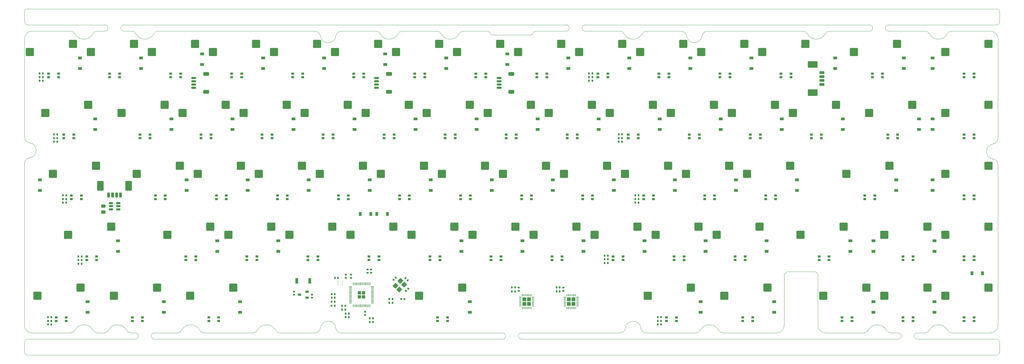
<source format=gbp>
G04 #@! TF.GenerationSoftware,KiCad,Pcbnew,(6.99.0-1912-g359c99991b)*
G04 #@! TF.CreationDate,2023-08-09T17:17:15+07:00*
G04 #@! TF.ProjectId,nyx,6e79782e-6b69-4636-9164-5f7063625858,2*
G04 #@! TF.SameCoordinates,Original*
G04 #@! TF.FileFunction,Paste,Bot*
G04 #@! TF.FilePolarity,Positive*
%FSLAX46Y46*%
G04 Gerber Fmt 4.6, Leading zero omitted, Abs format (unit mm)*
G04 Created by KiCad (PCBNEW (6.99.0-1912-g359c99991b)) date 2023-08-09 17:17:15*
%MOMM*%
%LPD*%
G01*
G04 APERTURE LIST*
G04 Aperture macros list*
%AMRoundRect*
0 Rectangle with rounded corners*
0 $1 Rounding radius*
0 $2 $3 $4 $5 $6 $7 $8 $9 X,Y pos of 4 corners*
0 Add a 4 corners polygon primitive as box body*
4,1,4,$2,$3,$4,$5,$6,$7,$8,$9,$2,$3,0*
0 Add four circle primitives for the rounded corners*
1,1,$1+$1,$2,$3*
1,1,$1+$1,$4,$5*
1,1,$1+$1,$6,$7*
1,1,$1+$1,$8,$9*
0 Add four rect primitives between the rounded corners*
20,1,$1+$1,$2,$3,$4,$5,0*
20,1,$1+$1,$4,$5,$6,$7,0*
20,1,$1+$1,$6,$7,$8,$9,0*
20,1,$1+$1,$8,$9,$2,$3,0*%
%AMRotRect*
0 Rectangle, with rotation*
0 The origin of the aperture is its center*
0 $1 length*
0 $2 width*
0 $3 Rotation angle, in degrees counterclockwise*
0 Add horizontal line*
21,1,$1,$2,0,0,$3*%
G04 Aperture macros list end*
%ADD10C,0.100000*%
%ADD11RoundRect,0.250000X1.025000X1.000000X-1.025000X1.000000X-1.025000X-1.000000X1.025000X-1.000000X0*%
%ADD12RoundRect,0.135000X-0.135000X-0.185000X0.135000X-0.185000X0.135000X0.185000X-0.135000X0.185000X0*%
%ADD13R,1.200000X0.900000*%
%ADD14RoundRect,0.250000X0.380000X0.380000X-0.380000X0.380000X-0.380000X-0.380000X0.380000X-0.380000X0*%
%ADD15RoundRect,0.050000X0.300000X0.050000X-0.300000X0.050000X-0.300000X-0.050000X0.300000X-0.050000X0*%
%ADD16RoundRect,0.050000X0.050000X0.300000X-0.050000X0.300000X-0.050000X-0.300000X0.050000X-0.300000X0*%
%ADD17RoundRect,0.140000X-0.170000X0.140000X-0.170000X-0.140000X0.170000X-0.140000X0.170000X0.140000X0*%
%ADD18RoundRect,0.140000X0.170000X-0.140000X0.170000X0.140000X-0.170000X0.140000X-0.170000X-0.140000X0*%
%ADD19RoundRect,0.070000X-0.330000X0.280000X-0.330000X-0.280000X0.330000X-0.280000X0.330000X0.280000X0*%
%ADD20RoundRect,0.200000X0.600000X-0.200000X0.600000X0.200000X-0.600000X0.200000X-0.600000X-0.200000X0*%
%ADD21RoundRect,0.250001X1.249999X-0.799999X1.249999X0.799999X-1.249999X0.799999X-1.249999X-0.799999X0*%
%ADD22RoundRect,0.140000X-0.140000X-0.170000X0.140000X-0.170000X0.140000X0.170000X-0.140000X0.170000X0*%
%ADD23RoundRect,0.200000X-0.200000X-0.600000X0.200000X-0.600000X0.200000X0.600000X-0.200000X0.600000X0*%
%ADD24RoundRect,0.250001X-0.799999X-1.249999X0.799999X-1.249999X0.799999X1.249999X-0.799999X1.249999X0*%
%ADD25RoundRect,0.140000X0.140000X0.170000X-0.140000X0.170000X-0.140000X-0.170000X0.140000X-0.170000X0*%
%ADD26RoundRect,0.135000X-0.185000X0.135000X-0.185000X-0.135000X0.185000X-0.135000X0.185000X0.135000X0*%
%ADD27RoundRect,0.250000X-0.292217X0.292217X-0.292217X-0.292217X0.292217X-0.292217X0.292217X0.292217X0*%
%ADD28RoundRect,0.050000X-0.050000X0.387500X-0.050000X-0.387500X0.050000X-0.387500X0.050000X0.387500X0*%
%ADD29RoundRect,0.050000X-0.387500X0.050000X-0.387500X-0.050000X0.387500X-0.050000X0.387500X0.050000X0*%
%ADD30RoundRect,0.045000X0.055000X0.045000X-0.055000X0.045000X-0.055000X-0.045000X0.055000X-0.045000X0*%
%ADD31RoundRect,0.135000X0.135000X0.185000X-0.135000X0.185000X-0.135000X-0.185000X0.135000X-0.185000X0*%
%ADD32R,0.900000X1.700000*%
%ADD33RoundRect,0.140000X0.021213X-0.219203X0.219203X-0.021213X-0.021213X0.219203X-0.219203X0.021213X0*%
%ADD34RotRect,1.400000X1.200000X225.000000*%
%ADD35R,0.900000X1.200000*%
%ADD36RoundRect,0.135000X0.035355X-0.226274X0.226274X-0.035355X-0.035355X0.226274X-0.226274X0.035355X0*%
%ADD37R,1.000000X0.800000*%
%ADD38RoundRect,0.150000X-0.625000X0.150000X-0.625000X-0.150000X0.625000X-0.150000X0.625000X0.150000X0*%
%ADD39RoundRect,0.250000X-0.650000X0.350000X-0.650000X-0.350000X0.650000X-0.350000X0.650000X0.350000X0*%
%ADD40RoundRect,0.150000X0.512500X0.150000X-0.512500X0.150000X-0.512500X-0.150000X0.512500X-0.150000X0*%
%ADD41RoundRect,0.243750X-0.456250X0.243750X-0.456250X-0.243750X0.456250X-0.243750X0.456250X0.243750X0*%
%ADD42RoundRect,0.140000X0.219203X0.021213X0.021213X0.219203X-0.219203X-0.021213X-0.021213X-0.219203X0*%
G04 #@! TA.AperFunction,Profile*
%ADD43C,0.100000*%
G04 #@! TD*
G04 APERTURE END LIST*
D10*
X98750000Y-86200000D02*
G75*
G03*
X98750000Y-86200000I-50000J0D01*
G01*
X98750000Y-85200000D02*
G75*
G03*
X98750000Y-85200000I-50000J0D01*
G01*
X98550000Y-86000000D02*
G75*
G03*
X98550000Y-86000000I-50000J0D01*
G01*
X98550000Y-85400000D02*
G75*
G03*
X98550000Y-85400000I-50000J0D01*
G01*
X98350000Y-86200000D02*
G75*
G03*
X98350000Y-86200000I-50000J0D01*
G01*
X98350000Y-85200000D02*
G75*
G03*
X98350000Y-85200000I-50000J0D01*
G01*
D11*
X215987323Y-70644823D03*
X229437323Y-68104823D03*
D12*
X176190000Y-21350000D03*
X177210000Y-21350000D03*
D13*
X241119822Y-56722322D03*
X241119822Y-53422322D03*
D12*
X176190000Y-22500000D03*
X177210000Y-22500000D03*
D14*
X171325000Y-92225000D03*
X171325000Y-90775000D03*
X169875000Y-92225000D03*
X169875000Y-90775000D03*
D15*
X172600000Y-90100000D03*
X172600000Y-90500000D03*
X172600000Y-90900000D03*
X172600000Y-91300000D03*
X172600000Y-91700000D03*
X172600000Y-92100000D03*
X172600000Y-92500000D03*
X172600000Y-92900000D03*
D16*
X172000000Y-93500000D03*
X171600000Y-93500000D03*
X171200000Y-93500000D03*
X170800000Y-93500000D03*
X170400000Y-93500000D03*
X170000000Y-93500000D03*
X169600000Y-93500000D03*
X169200000Y-93500000D03*
D15*
X168600000Y-92900000D03*
X168600000Y-92500000D03*
X168600000Y-92100000D03*
X168600000Y-91700000D03*
X168600000Y-91300000D03*
X168600000Y-90900000D03*
X168600000Y-90500000D03*
X168600000Y-90100000D03*
D16*
X169200000Y-89500000D03*
X169600000Y-89500000D03*
X170000000Y-89500000D03*
X170400000Y-89500000D03*
X170800000Y-89500000D03*
X171200000Y-89500000D03*
X171600000Y-89500000D03*
X172000000Y-89500000D03*
D13*
X231594822Y-75772322D03*
X231594822Y-72472322D03*
D17*
X106300000Y-94720000D03*
X106300000Y-95680000D03*
D18*
X89700000Y-90300000D03*
X89700000Y-89340000D03*
D12*
X11990000Y-58289376D03*
X13010000Y-58289376D03*
X7340000Y-98700000D03*
X8360000Y-98700000D03*
D13*
X55382322Y-17399999D03*
X55382322Y-14099999D03*
D19*
X132028573Y-96434823D03*
X132028573Y-97534823D03*
X128928573Y-97534823D03*
X128928573Y-96434823D03*
X10584823Y-20234823D03*
X10584823Y-21334823D03*
X7484823Y-21334823D03*
X7484823Y-20234823D03*
D13*
X145869822Y-56722322D03*
X145869822Y-53422322D03*
D12*
X197690000Y-96400000D03*
X198710000Y-96400000D03*
D13*
X69669822Y-56722322D03*
X69669822Y-53422322D03*
D19*
X220134823Y-20234823D03*
X220134823Y-21334823D03*
X217034823Y-21334823D03*
X217034823Y-20234823D03*
D20*
X248875000Y-23675000D03*
X248875000Y-22425000D03*
X248875000Y-21175000D03*
X248875000Y-19925000D03*
D21*
X245975000Y-26225000D03*
X245975000Y-17375000D03*
D19*
X58209823Y-39284823D03*
X58209823Y-40384823D03*
X55109823Y-40384823D03*
X55109823Y-39284823D03*
X77259823Y-39284823D03*
X77259823Y-40384823D03*
X74159823Y-40384823D03*
X74159823Y-39284823D03*
D22*
X152140000Y-87100000D03*
X153100000Y-87100000D03*
X166040000Y-87100000D03*
X167000000Y-87100000D03*
D12*
X185500000Y-41550000D03*
X186520000Y-41550000D03*
D23*
X26209758Y-58192481D03*
X27459758Y-58192481D03*
X28709758Y-58192481D03*
X29959758Y-58192481D03*
D24*
X23659758Y-55292481D03*
X32509758Y-55292481D03*
D19*
X227278573Y-96434823D03*
X227278573Y-97534823D03*
X224178573Y-97534823D03*
X224178573Y-96434823D03*
X148697323Y-77384823D03*
X148697323Y-78484823D03*
X145597323Y-78484823D03*
X145597323Y-77384823D03*
D13*
X112532322Y-17399999D03*
X112532322Y-14099999D03*
D19*
X60591073Y-96434823D03*
X60591073Y-97534823D03*
X57491073Y-97534823D03*
X57491073Y-96434823D03*
D11*
X96924823Y-13494823D03*
X110374823Y-10954823D03*
D19*
X143934823Y-20234823D03*
X143934823Y-21334823D03*
X140834823Y-21334823D03*
X140834823Y-20234823D03*
D11*
X287424823Y-51594823D03*
X300874823Y-49054823D03*
D12*
X4690000Y-22500000D03*
X5710000Y-22500000D03*
D13*
X283382322Y-37672322D03*
X283382322Y-34372322D03*
D11*
X211224823Y-13494823D03*
X224674823Y-10954823D03*
X177887323Y-70644823D03*
X191337323Y-68104823D03*
D19*
X110597323Y-77384823D03*
X110597323Y-78484823D03*
X107497323Y-78484823D03*
X107497323Y-77384823D03*
X129647323Y-77384823D03*
X129647323Y-78484823D03*
X126547323Y-78484823D03*
X126547323Y-77384823D03*
D13*
X283982322Y-94822322D03*
X283982322Y-91522322D03*
D19*
X277284823Y-96434823D03*
X277284823Y-97534823D03*
X274184823Y-97534823D03*
X274184823Y-96434823D03*
D13*
X160157322Y-37672322D03*
X160157322Y-34372322D03*
D19*
X53447323Y-77384823D03*
X53447323Y-78484823D03*
X50347323Y-78484823D03*
X50347323Y-77384823D03*
D11*
X135024823Y-13494823D03*
X148474823Y-10954823D03*
X4056073Y-89694823D03*
X17506073Y-87154823D03*
X196937323Y-70644823D03*
X210387323Y-68104823D03*
D18*
X107034823Y-82480000D03*
X107034823Y-81520000D03*
D11*
X39774823Y-13494823D03*
X53224823Y-10954823D03*
X13581073Y-70644823D03*
X27031073Y-68104823D03*
X73112323Y-51594823D03*
X86562323Y-49054823D03*
X287424823Y-70644823D03*
X300874823Y-68104823D03*
X194556073Y-89694823D03*
X208006073Y-87154823D03*
D12*
X181090000Y-78300000D03*
X182110000Y-78300000D03*
D18*
X84100000Y-89350000D03*
X84100000Y-88390000D03*
D13*
X283382322Y-56722322D03*
X283382322Y-53422322D03*
D11*
X154074823Y-13494823D03*
X167524823Y-10954823D03*
D25*
X96814823Y-90300000D03*
X95854823Y-90300000D03*
D11*
X187412323Y-51594823D03*
X200862323Y-49054823D03*
D13*
X264932322Y-75772322D03*
X264932322Y-72472322D03*
D11*
X144549823Y-32544823D03*
X157999823Y-30004823D03*
D12*
X11990000Y-60600000D03*
X13010000Y-60600000D03*
D11*
X115974823Y-13494823D03*
X129424823Y-10954823D03*
D25*
X101180000Y-96400000D03*
X100220000Y-96400000D03*
D13*
X107769822Y-56722322D03*
X107769822Y-53422322D03*
X212544822Y-75772322D03*
X212544822Y-72472322D03*
D11*
X54062323Y-51594823D03*
X67512323Y-49054823D03*
X239799823Y-32544823D03*
X253249823Y-30004823D03*
X256468573Y-51594823D03*
X269918573Y-49054823D03*
D19*
X191559823Y-39284823D03*
X191559823Y-40384823D03*
X188459823Y-40384823D03*
X188459823Y-39284823D03*
D13*
X88719822Y-56722322D03*
X88719822Y-53422322D03*
D12*
X197690000Y-98700000D03*
X198710000Y-98700000D03*
X107740000Y-97880705D03*
X108760000Y-97880705D03*
D13*
X188732322Y-18622322D03*
X188732322Y-15322322D03*
D22*
X166040000Y-88300000D03*
X167000000Y-88300000D03*
D13*
X207782322Y-18622322D03*
X207782322Y-15322322D03*
D26*
X168150000Y-87140000D03*
X168150000Y-88160000D03*
D27*
X105822323Y-88749899D03*
X104547323Y-88749899D03*
X105822323Y-90024899D03*
X104547323Y-90024899D03*
D28*
X102584823Y-85949899D03*
X102984823Y-85949899D03*
X103384823Y-85949899D03*
X103784823Y-85949899D03*
X104184823Y-85949899D03*
X104584823Y-85949899D03*
X104984823Y-85949899D03*
X105384823Y-85949899D03*
X105784823Y-85949899D03*
X106184823Y-85949899D03*
X106584823Y-85949899D03*
X106984823Y-85949899D03*
X107384823Y-85949899D03*
X107784823Y-85949899D03*
D29*
X108622323Y-86787399D03*
X108622323Y-87187399D03*
X108622323Y-87587399D03*
X108622323Y-87987399D03*
X108622323Y-88387399D03*
X108622323Y-88787399D03*
X108622323Y-89187399D03*
X108622323Y-89587399D03*
X108622323Y-89987399D03*
X108622323Y-90387399D03*
X108622323Y-90787399D03*
X108622323Y-91187399D03*
X108622323Y-91587399D03*
X108622323Y-91987399D03*
D28*
X107784823Y-92824899D03*
X107384823Y-92824899D03*
X106984823Y-92824899D03*
X106584823Y-92824899D03*
X106184823Y-92824899D03*
X105784823Y-92824899D03*
X105384823Y-92824899D03*
X104984823Y-92824899D03*
X104584823Y-92824899D03*
X104184823Y-92824899D03*
X103784823Y-92824899D03*
X103384823Y-92824899D03*
X102984823Y-92824899D03*
X102584823Y-92824899D03*
D29*
X101747323Y-91987399D03*
X101747323Y-91587399D03*
X101747323Y-91187399D03*
X101747323Y-90787399D03*
X101747323Y-90387399D03*
X101747323Y-89987399D03*
X101747323Y-89587399D03*
X101747323Y-89187399D03*
X101747323Y-88787399D03*
X101747323Y-88387399D03*
X101747323Y-87987399D03*
X101747323Y-87587399D03*
X101747323Y-87187399D03*
X101747323Y-86787399D03*
D19*
X177272323Y-58334823D03*
X177272323Y-59434823D03*
X174172323Y-59434823D03*
X174172323Y-58334823D03*
D13*
X222069822Y-56722322D03*
X222069822Y-53422322D03*
D19*
X196322323Y-58334823D03*
X196322323Y-59434823D03*
X193222323Y-59434823D03*
X193222323Y-58334823D03*
X229659823Y-39284823D03*
X229659823Y-40384823D03*
X226559823Y-40384823D03*
X226559823Y-39284823D03*
D11*
X130262323Y-51594823D03*
X143712323Y-49054823D03*
X20724823Y-13494823D03*
X34174823Y-10954823D03*
D13*
X50619822Y-56722322D03*
X50619822Y-53422322D03*
D12*
X190590000Y-59450000D03*
X191610000Y-59450000D03*
X4690000Y-21350000D03*
X5710000Y-21350000D03*
D11*
X201699823Y-32544823D03*
X215149823Y-30004823D03*
X218368573Y-89694823D03*
X231818573Y-87154823D03*
D30*
X99150000Y-85100000D03*
X99150000Y-85500000D03*
X99150000Y-85900000D03*
X99150000Y-86300000D03*
X97850000Y-86300000D03*
X97850000Y-85900000D03*
X97850000Y-85500000D03*
X97850000Y-85100000D03*
D19*
X296334823Y-39284823D03*
X296334823Y-40384823D03*
X293234823Y-40384823D03*
X293234823Y-39284823D03*
D13*
X74432322Y-18622322D03*
X74432322Y-15322322D03*
D12*
X190590000Y-58300000D03*
X191610000Y-58300000D03*
D19*
X86784823Y-20234823D03*
X86784823Y-21334823D03*
X83684823Y-21334823D03*
X83684823Y-20234823D03*
D13*
X252999999Y-18622322D03*
X252999999Y-15322322D03*
D19*
X101072323Y-58334823D03*
X101072323Y-59434823D03*
X97972323Y-59434823D03*
X97972323Y-58334823D03*
D31*
X108760000Y-96725000D03*
X107740000Y-96725000D03*
D12*
X9190000Y-41550000D03*
X10210000Y-41550000D03*
D11*
X44537323Y-70644823D03*
X57987323Y-68104823D03*
D19*
X201084823Y-20234823D03*
X201084823Y-21334823D03*
X197984823Y-21334823D03*
X197984823Y-20234823D03*
D11*
X30249823Y-32544823D03*
X43699823Y-30004823D03*
D19*
X258234823Y-96434823D03*
X258234823Y-97534823D03*
X255134823Y-97534823D03*
X255134823Y-96434823D03*
X265378573Y-58334823D03*
X265378573Y-59434823D03*
X262278573Y-59434823D03*
X262278573Y-58334823D03*
X17728573Y-58334823D03*
X17728573Y-59434823D03*
X14628573Y-59434823D03*
X14628573Y-58334823D03*
D11*
X123118573Y-89694823D03*
X136568573Y-87154823D03*
D12*
X16790000Y-79700000D03*
X17810000Y-79700000D03*
D19*
X162984823Y-20234823D03*
X162984823Y-21334823D03*
X159884823Y-21334823D03*
X159884823Y-20234823D03*
D11*
X268374823Y-89694823D03*
X281824823Y-87154823D03*
D13*
X93482322Y-18622322D03*
X93482322Y-15322322D03*
D32*
X84949999Y-84999999D03*
X89049999Y-84999999D03*
D12*
X11990000Y-59450000D03*
X13010000Y-59450000D03*
D11*
X173124823Y-13494823D03*
X186574823Y-10954823D03*
D13*
X43476072Y-94822322D03*
X43476072Y-91522322D03*
D19*
X203466073Y-96434823D03*
X203466073Y-97534823D03*
X200366073Y-97534823D03*
X200366073Y-96434823D03*
D12*
X16790000Y-78550000D03*
X17810000Y-78550000D03*
D33*
X115210589Y-84689411D03*
X115889411Y-84010589D03*
D11*
X206462323Y-51594823D03*
X219912323Y-49054823D03*
D12*
X7340000Y-97550000D03*
X8360000Y-97550000D03*
D22*
X96890000Y-84100000D03*
X97850000Y-84100000D03*
D13*
X17282322Y-18622322D03*
X17282322Y-15322322D03*
D19*
X96309823Y-39284823D03*
X96309823Y-40384823D03*
X93209823Y-40384823D03*
X93209823Y-39284823D03*
D11*
X87399823Y-32544823D03*
X100849823Y-30004823D03*
D19*
X234422323Y-58334823D03*
X234422323Y-59434823D03*
X231322323Y-59434823D03*
X231322323Y-58334823D03*
D13*
X255407322Y-37672322D03*
X255407322Y-34372322D03*
D25*
X100080000Y-92868649D03*
X99120000Y-92868649D03*
D13*
X103007322Y-37672322D03*
X103007322Y-34372322D03*
D19*
X224897323Y-77384823D03*
X224897323Y-78484823D03*
X221797323Y-78484823D03*
X221797323Y-77384823D03*
D12*
X181090000Y-79450000D03*
X182110000Y-79450000D03*
D34*
X118528857Y-86223222D03*
X116973222Y-87778857D03*
X115771141Y-86576776D03*
X117326776Y-85021141D03*
D11*
X158837323Y-70644823D03*
X172287323Y-68104823D03*
X192174823Y-13494823D03*
X205624823Y-10954823D03*
D13*
X279219822Y-37672322D03*
X279219822Y-34372322D03*
D12*
X9190000Y-40400000D03*
X10210000Y-40400000D03*
D19*
X48684823Y-20234823D03*
X48684823Y-21334823D03*
X45584823Y-21334823D03*
X45584823Y-20234823D03*
D12*
X16790000Y-77400000D03*
X17810000Y-77400000D03*
D13*
X198257322Y-37672322D03*
X198257322Y-34372322D03*
D19*
X91547323Y-77384823D03*
X91547323Y-78484823D03*
X88447323Y-78484823D03*
X88447323Y-77384823D03*
D11*
X106449823Y-32544823D03*
X119899823Y-30004823D03*
D13*
X122057322Y-37672322D03*
X122057322Y-34372322D03*
D11*
X230274823Y-13494823D03*
X243724823Y-10954823D03*
X163599823Y-32544823D03*
X177049823Y-30004823D03*
D35*
X109949999Y-64099999D03*
X113249999Y-64099999D03*
D11*
X268374823Y-70644823D03*
X281824823Y-68104823D03*
D19*
X272522323Y-39284823D03*
X272522323Y-40384823D03*
X269422323Y-40384823D03*
X269422323Y-39284823D03*
D12*
X4690000Y-20200000D03*
X5710000Y-20200000D03*
D19*
X267759823Y-20234823D03*
X267759823Y-21334823D03*
X264659823Y-21334823D03*
X264659823Y-20234823D03*
D13*
X138999999Y-94822322D03*
X138999999Y-91522322D03*
D11*
X139787323Y-70644823D03*
X153237323Y-68104823D03*
D36*
X119010833Y-88185551D03*
X119732081Y-87464303D03*
D12*
X7340000Y-96400000D03*
X8360000Y-96400000D03*
D19*
X12966073Y-96434823D03*
X12966073Y-97534823D03*
X9866073Y-97534823D03*
X9866073Y-96434823D03*
D13*
X193494822Y-75772322D03*
X193494822Y-72472322D03*
X236357322Y-37672322D03*
X236357322Y-34372322D03*
D26*
X154250000Y-87140000D03*
X154250000Y-88160000D03*
D14*
X157425000Y-92225000D03*
X157425000Y-90775000D03*
X155975000Y-92225000D03*
X155975000Y-90775000D03*
D15*
X158700000Y-90100000D03*
X158700000Y-90500000D03*
X158700000Y-90900000D03*
X158700000Y-91300000D03*
X158700000Y-91700000D03*
X158700000Y-92100000D03*
X158700000Y-92500000D03*
X158700000Y-92900000D03*
D16*
X158100000Y-93500000D03*
X157700000Y-93500000D03*
X157300000Y-93500000D03*
X156900000Y-93500000D03*
X156500000Y-93500000D03*
X156100000Y-93500000D03*
X155700000Y-93500000D03*
X155300000Y-93500000D03*
D15*
X154700000Y-92900000D03*
X154700000Y-92500000D03*
X154700000Y-92100000D03*
X154700000Y-91700000D03*
X154700000Y-91300000D03*
X154700000Y-90900000D03*
X154700000Y-90500000D03*
X154700000Y-90100000D03*
D16*
X155300000Y-89500000D03*
X155700000Y-89500000D03*
X156100000Y-89500000D03*
X156500000Y-89500000D03*
X156900000Y-89500000D03*
X157300000Y-89500000D03*
X157700000Y-89500000D03*
X158100000Y-89500000D03*
D19*
X36778573Y-96434823D03*
X36778573Y-97534823D03*
X33678573Y-97534823D03*
X33678573Y-96434823D03*
X43922323Y-58334823D03*
X43922323Y-59434823D03*
X40822323Y-59434823D03*
X40822323Y-58334823D03*
D12*
X197690000Y-97550000D03*
X198710000Y-97550000D03*
D13*
X83957322Y-37672322D03*
X83957322Y-34372322D03*
D11*
X63587323Y-70644823D03*
X77037323Y-68104823D03*
D13*
X131582322Y-18622322D03*
X131582322Y-15322322D03*
D19*
X205847323Y-77384823D03*
X205847323Y-78484823D03*
X202747323Y-78484823D03*
X202747323Y-77384823D03*
D13*
X264932322Y-94822322D03*
X264932322Y-91522322D03*
D12*
X176190000Y-20200000D03*
X177210000Y-20200000D03*
D13*
X79194822Y-75772322D03*
X79194822Y-72472322D03*
D26*
X100300000Y-83090000D03*
X100300000Y-84110000D03*
D25*
X101180000Y-95268649D03*
X100220000Y-95268649D03*
D13*
X67288572Y-94822322D03*
X67288572Y-91522322D03*
X274457322Y-18622322D03*
X274457322Y-15322322D03*
D11*
X92162323Y-51594823D03*
X105612323Y-49054823D03*
D19*
X186797323Y-77384823D03*
X186797323Y-78484823D03*
X183697323Y-78484823D03*
X183697323Y-77384823D03*
D11*
X8818573Y-51594823D03*
X22268573Y-49054823D03*
D13*
X155394822Y-75772322D03*
X155394822Y-72472322D03*
D11*
X225512323Y-51594823D03*
X238962323Y-49054823D03*
D13*
X283382322Y-18622322D03*
X283382322Y-15322322D03*
D19*
X251091073Y-77384823D03*
X251091073Y-78484823D03*
X247991073Y-78484823D03*
X247991073Y-77384823D03*
D22*
X113854823Y-91868649D03*
X114814823Y-91868649D03*
D11*
X220749823Y-32544823D03*
X234199823Y-30004823D03*
D13*
X60144822Y-75772322D03*
X60144822Y-72472322D03*
D11*
X287424823Y-32544823D03*
X300874823Y-30004823D03*
D13*
X141107322Y-37672322D03*
X141107322Y-34372322D03*
X203019822Y-56722322D03*
X203019822Y-53422322D03*
X19663572Y-94822322D03*
X19663572Y-91522322D03*
X150632322Y-17399999D03*
X150632322Y-14099999D03*
D11*
X263612323Y-32544823D03*
X277062323Y-30004823D03*
D12*
X9190000Y-39250000D03*
X10210000Y-39250000D03*
D37*
X88199999Y-88400000D03*
X88199999Y-90299999D03*
X85799999Y-89349999D03*
D11*
X287424823Y-13494823D03*
X300874823Y-10954823D03*
X125499823Y-32544823D03*
X138949823Y-30004823D03*
D19*
X72497323Y-77384823D03*
X72497323Y-78484823D03*
X69397323Y-78484823D03*
X69397323Y-77384823D03*
D13*
X136344822Y-75772322D03*
X136344822Y-72472322D03*
D11*
X68349823Y-32544823D03*
X81799823Y-30004823D03*
D13*
X126819822Y-56722322D03*
X126819822Y-53422322D03*
D19*
X182034823Y-20234823D03*
X182034823Y-21334823D03*
X178934823Y-21334823D03*
X178934823Y-20234823D03*
D12*
X181090000Y-77150000D03*
X182110000Y-77150000D03*
D11*
X35012323Y-51594823D03*
X48462323Y-49054823D03*
D19*
X105834823Y-20234823D03*
X105834823Y-21334823D03*
X102734823Y-21334823D03*
X102734823Y-20234823D03*
X167747323Y-77384823D03*
X167747323Y-78484823D03*
X164647323Y-78484823D03*
X164647323Y-77384823D03*
D13*
X272076072Y-56722322D03*
X272076072Y-53422322D03*
D35*
X108049999Y-64099999D03*
X104749999Y-64099999D03*
D19*
X277284823Y-77384823D03*
X277284823Y-78484823D03*
X274184823Y-78484823D03*
X274184823Y-77384823D03*
X22491073Y-77384823D03*
X22491073Y-78484823D03*
X19391073Y-78484823D03*
X19391073Y-77384823D03*
D11*
X249324823Y-89694823D03*
X262774823Y-87154823D03*
D38*
X52800000Y-21650000D03*
X52800000Y-22650000D03*
X52800000Y-23650000D03*
X52800000Y-24650000D03*
D39*
X56675000Y-20350000D03*
X56675000Y-25950000D03*
D11*
X58824823Y-13494823D03*
X72274823Y-10954823D03*
D40*
X29222500Y-60750000D03*
X29222500Y-61700000D03*
X29222500Y-62650000D03*
X26947500Y-62650000D03*
X26947500Y-61700000D03*
X26947500Y-60750000D03*
D19*
X134409823Y-39284823D03*
X134409823Y-40384823D03*
X131309823Y-40384823D03*
X131309823Y-39284823D03*
D13*
X257788572Y-75772322D03*
X257788572Y-72472322D03*
D31*
X96844823Y-92800000D03*
X95824823Y-92800000D03*
D19*
X15347323Y-39284823D03*
X15347323Y-40384823D03*
X12247323Y-40384823D03*
X12247323Y-39284823D03*
D11*
X1674823Y-13494823D03*
X15124823Y-10954823D03*
X120737323Y-70644823D03*
X134187323Y-68104823D03*
D19*
X29634823Y-20234823D03*
X29634823Y-21334823D03*
X26534823Y-21334823D03*
X26534823Y-20234823D03*
D11*
X51681073Y-89694823D03*
X65131073Y-87154823D03*
D13*
X210999999Y-94822322D03*
X210999999Y-91522322D03*
D41*
X24600000Y-61700000D03*
X24600000Y-63575000D03*
D11*
X101687323Y-70644823D03*
X115137323Y-68104823D03*
D19*
X172509823Y-39284823D03*
X172509823Y-40384823D03*
X169409823Y-40384823D03*
X169409823Y-39284823D03*
D38*
X109875000Y-21650000D03*
X109875000Y-22650000D03*
X109875000Y-23650000D03*
X109875000Y-24650000D03*
D39*
X113750000Y-20350000D03*
X113750000Y-25950000D03*
D11*
X258849823Y-13494823D03*
X272299823Y-10954823D03*
D13*
X64907322Y-37672322D03*
X64907322Y-34372322D03*
D11*
X111212323Y-51594823D03*
X124662323Y-49054823D03*
D13*
X283982322Y-75772322D03*
X283982322Y-72472322D03*
D11*
X82637323Y-70644823D03*
X96087323Y-68104823D03*
D19*
X82022323Y-58334823D03*
X82022323Y-59434823D03*
X78922323Y-59434823D03*
X78922323Y-58334823D03*
X124884823Y-20234823D03*
X124884823Y-21334823D03*
X121784823Y-21334823D03*
X121784823Y-20234823D03*
D11*
X149312323Y-51594823D03*
X162762323Y-49054823D03*
D19*
X115359823Y-39284823D03*
X115359823Y-40384823D03*
X112259823Y-40384823D03*
X112259823Y-39284823D03*
X210609823Y-39284823D03*
X210609823Y-40384823D03*
X207509823Y-40384823D03*
X207509823Y-39284823D03*
D13*
X22044822Y-37672322D03*
X22044822Y-34372322D03*
D11*
X6437323Y-32544823D03*
X19887323Y-30004823D03*
D19*
X296334823Y-77384823D03*
X296334823Y-78484823D03*
X293234823Y-78484823D03*
X293234823Y-77384823D03*
D12*
X190590000Y-60600000D03*
X191610000Y-60600000D03*
D19*
X120122323Y-58334823D03*
X120122323Y-59434823D03*
X117022323Y-59434823D03*
X117022323Y-58334823D03*
D25*
X100080000Y-94022323D03*
X99120000Y-94022323D03*
D22*
X113854823Y-90700000D03*
X114814823Y-90700000D03*
D18*
X108200000Y-82480000D03*
X108200000Y-81520000D03*
D19*
X158222323Y-58334823D03*
X158222323Y-59434823D03*
X155122323Y-59434823D03*
X155122323Y-58334823D03*
X62972323Y-58334823D03*
X62972323Y-59434823D03*
X59872323Y-59434823D03*
X59872323Y-58334823D03*
D13*
X36332322Y-18622322D03*
X36332322Y-15322322D03*
D19*
X248709823Y-39284823D03*
X248709823Y-40384823D03*
X245609823Y-40384823D03*
X245609823Y-39284823D03*
D13*
X29188572Y-75772322D03*
X29188572Y-72472322D03*
X217307322Y-37672322D03*
X217307322Y-34372322D03*
X183969822Y-56722322D03*
X183969822Y-53422322D03*
D19*
X67734823Y-20234823D03*
X67734823Y-21334823D03*
X64634823Y-21334823D03*
X64634823Y-20234823D03*
X39159823Y-39284823D03*
X39159823Y-40384823D03*
X36059823Y-40384823D03*
X36059823Y-39284823D03*
D11*
X168362323Y-51594823D03*
X181812323Y-49054823D03*
D19*
X296334823Y-58334823D03*
X296334823Y-59434823D03*
X293234823Y-59434823D03*
X293234823Y-58334823D03*
D13*
X45857322Y-37672322D03*
X45857322Y-34372322D03*
X179207322Y-37672322D03*
X179207322Y-34372322D03*
D19*
X139172323Y-58334823D03*
X139172323Y-59434823D03*
X136072323Y-59434823D03*
X136072323Y-58334823D03*
D11*
X287424823Y-89694823D03*
X300874823Y-87154823D03*
X182649823Y-32544823D03*
X196099823Y-30004823D03*
D19*
X239184823Y-20234823D03*
X239184823Y-21334823D03*
X236084823Y-21334823D03*
X236084823Y-20234823D03*
X215372323Y-58334823D03*
X215372323Y-59434823D03*
X212272323Y-59434823D03*
X212272323Y-58334823D03*
D12*
X185500000Y-39250000D03*
X186520000Y-39250000D03*
D13*
X4826072Y-56722322D03*
X4826072Y-53422322D03*
D11*
X27868573Y-89694823D03*
X41318573Y-87154823D03*
D19*
X296334823Y-20234823D03*
X296334823Y-21334823D03*
X293234823Y-21334823D03*
X293234823Y-20234823D03*
D11*
X242181073Y-70644823D03*
X255631073Y-68104823D03*
D35*
X298974999Y-82699999D03*
X295674999Y-82699999D03*
D31*
X96844823Y-91600000D03*
X95824823Y-91600000D03*
D13*
X226832322Y-18622322D03*
X226832322Y-15322322D03*
X164919822Y-56722322D03*
X164919822Y-53422322D03*
D38*
X148100000Y-21650000D03*
X148100000Y-22650000D03*
X148100000Y-23650000D03*
X148100000Y-24650000D03*
D39*
X151975000Y-20350000D03*
X151975000Y-25950000D03*
D19*
X153459823Y-39284823D03*
X153459823Y-40384823D03*
X150359823Y-40384823D03*
X150359823Y-39284823D03*
D22*
X152140000Y-88300000D03*
X153100000Y-88300000D03*
D25*
X96814823Y-89187399D03*
X95854823Y-89187399D03*
D18*
X101900000Y-84080000D03*
X101900000Y-83120000D03*
D12*
X117590000Y-90700000D03*
X118610000Y-90700000D03*
D19*
X296334823Y-96434823D03*
X296334823Y-97534823D03*
X293234823Y-97534823D03*
X293234823Y-96434823D03*
D11*
X49299823Y-32544823D03*
X62749823Y-30004823D03*
D13*
X169682322Y-18622322D03*
X169682322Y-15322322D03*
D12*
X185500000Y-40400000D03*
X186520000Y-40400000D03*
D13*
X174444822Y-75772322D03*
X174444822Y-72472322D03*
X233976072Y-94822322D03*
X233976072Y-91522322D03*
D11*
X77874823Y-13494823D03*
X91324823Y-10954823D03*
D42*
X119604570Y-84874233D03*
X118925748Y-84195411D03*
D43*
X301600202Y-101272406D02*
G75*
G03*
X303822706Y-99049835I-102J2222606D01*
G01*
X40600000Y-103272338D02*
X149161353Y-103272338D01*
X71376999Y-101272345D02*
G75*
G03*
X72707000Y-100446691I-15399J1508845D01*
G01*
X98847999Y-7000000D02*
X109651997Y-7000000D01*
X237074986Y-83399998D02*
X237074986Y-99022338D01*
X136948002Y-7000004D02*
G75*
G03*
X135618000Y-7806000I398J-1500996D01*
G01*
X268967975Y-100446699D02*
G75*
G03*
X270297993Y-101272337I1345325J683099D01*
G01*
X33451997Y-7000000D02*
X31049997Y-7000000D01*
X304322700Y-1000000D02*
G75*
G03*
X303322706Y0I-1000000J0D01*
G01*
X289347996Y-7000000D02*
X301600202Y-7000000D01*
X303322706Y-108272406D02*
G75*
G03*
X304322706Y-107272338I-106J1000106D01*
G01*
X25049997Y-5000000D02*
X1000000Y-5000000D01*
X34781999Y-7806000D02*
G75*
G03*
X40367997Y-7806000I2792999J1455492D01*
G01*
X24876999Y-101272338D02*
X22647999Y-101272338D01*
X97179782Y-99907551D02*
G75*
G03*
X98847996Y-101272338I1668618J337651D01*
G01*
X251247981Y-6999980D02*
G75*
G03*
X249917994Y-7806000I319J-1500820D01*
G01*
X15731999Y-7806000D02*
G75*
G03*
X14401997Y-7000001I-1328549J-691940D01*
G01*
X282432022Y-7805994D02*
G75*
G03*
X281101994Y-7000001I-1328522J-691906D01*
G01*
X303827411Y-48693176D02*
X303822706Y-99049835D01*
X79623001Y-101272338D02*
X90601994Y-101272338D01*
X278700001Y-101272338D02*
X281102009Y-101272338D01*
X303322706Y0D02*
X1000000Y0D01*
X130031972Y-7806015D02*
G75*
G03*
X128702000Y-7000001I-1328472J-691785D01*
G01*
X54655994Y-100446691D02*
G75*
G03*
X49069996Y-100446691I-2792999J-1455492D01*
G01*
X31793026Y-100446677D02*
G75*
G03*
X33123001Y-101272337I1345274J682977D01*
G01*
X0Y-107272338D02*
X0Y-104272338D01*
X78293026Y-100446677D02*
G75*
G03*
X79623001Y-101272337I1345274J682977D01*
G01*
X289347996Y-6999994D02*
G75*
G03*
X288018010Y-7806000I304J-1500806D01*
G01*
X234824986Y-101272386D02*
G75*
G03*
X237074986Y-99022338I-86J2250086D01*
G01*
X34781941Y-7806030D02*
G75*
G03*
X33451997Y-7000001I-1328541J-691870D01*
G01*
X21317997Y-100446691D02*
G75*
G03*
X15731999Y-100446691I-2792999J-1455492D01*
G01*
X217911000Y-101272338D02*
X234824986Y-101272338D01*
X192377306Y-99907545D02*
G75*
G03*
X187537331Y-99827543I-2423306J-160755D01*
G01*
X155161353Y-103272338D02*
X272700001Y-103272338D01*
X22647999Y-7000002D02*
G75*
G03*
X21317998Y-7806000I401J-1500998D01*
G01*
X0Y-99049833D02*
G75*
G03*
X2222503Y-101272338I2222503J-2D01*
G01*
X288017979Y-100446706D02*
G75*
G03*
X289348011Y-101272338I1345321J683106D01*
G01*
X175000000Y-7000000D02*
X185851994Y-7000000D01*
X47739994Y-101272307D02*
G75*
G03*
X49069995Y-100446691I-15294J1508707D01*
G01*
X136948002Y-7000000D02*
X144500000Y-7000000D01*
X1000000Y0D02*
G75*
G03*
X0Y-1000000I0J-1000000D01*
G01*
X92339807Y-8400003D02*
G75*
G03*
X90601997Y-7000001I-1736307J-376697D01*
G01*
X206639807Y-8400003D02*
G75*
G03*
X204901997Y-7000001I-1736307J-376697D01*
G01*
X303322706Y-5000000D02*
X269722706Y-5000000D01*
X14401997Y-101272338D02*
X2222503Y-101272338D01*
X78292999Y-100446691D02*
G75*
G03*
X72707001Y-100446691I-2792999J-1455492D01*
G01*
X159500000Y-7000024D02*
G75*
G03*
X158700000Y-7600000I-800J-832276D01*
G01*
X304322762Y-104272338D02*
G75*
G03*
X303322706Y-103272338I-1000062J-62D01*
G01*
X209664998Y-101272311D02*
G75*
G03*
X210995000Y-100446691I-15298J1508711D01*
G01*
X303827349Y-48693176D02*
G75*
G03*
X302507411Y-47025000I-1714649J-424D01*
G01*
X194097996Y-7000018D02*
G75*
G03*
X192767994Y-7806000I-1496J-1497882D01*
G01*
X187181971Y-7806013D02*
G75*
G03*
X185851994Y-7000001I-1328471J-691787D01*
G01*
X303822706Y-9222505D02*
X303827411Y-40462174D01*
X302427417Y-42200059D02*
G75*
G03*
X302507411Y-47024999I240783J-2409141D01*
G01*
X251247981Y-7000000D02*
X263722706Y-7000000D01*
X268967991Y-100446691D02*
G75*
G03*
X263381993Y-100446691I-2792999J-1455492D01*
G01*
X206639815Y-8400001D02*
G75*
G03*
X211479823Y-8320000I2416685J240801D01*
G01*
X216580977Y-100446702D02*
G75*
G03*
X217911000Y-101272337I1345323J683102D01*
G01*
X21317977Y-100446701D02*
G75*
G03*
X22647999Y-101272337I1345323J683101D01*
G01*
X247650002Y-83399998D02*
G75*
G03*
X246399998Y-82149998I-1249602J398D01*
G01*
X304322706Y-1000000D02*
X304322706Y-4000000D01*
X110981958Y-7806022D02*
G75*
G03*
X109651997Y-7000001I-1328658J-692078D01*
G01*
X304322706Y-104272338D02*
X304322706Y-107272338D01*
X194097996Y-7000000D02*
X204901997Y-7000000D01*
X31792999Y-100446691D02*
G75*
G03*
X26207001Y-100446691I-2792999J-1455492D01*
G01*
X90601994Y-101272331D02*
G75*
G03*
X92339819Y-99827543I1506J1765731D01*
G01*
X303322706Y-5000006D02*
G75*
G03*
X304322706Y-4000000I-6J1000006D01*
G01*
X149161353Y-101272338D02*
X98847996Y-101272338D01*
X302427414Y-42200015D02*
G75*
G03*
X303827410Y-40462174I-376714J1736315D01*
G01*
X0Y-99049833D02*
X0Y-48291535D01*
X41697999Y-7000002D02*
G75*
G03*
X40367998Y-7806000I401J-1500998D01*
G01*
X185799504Y-101272341D02*
G75*
G03*
X187537330Y-99827543I1496J1765741D01*
G01*
X1000000Y-103272338D02*
G75*
G03*
X0Y-104272338I-1J-999999D01*
G01*
X97179816Y-99907543D02*
G75*
G03*
X92339821Y-99827543I-2423316J-160757D01*
G01*
X169000000Y-7000000D02*
X159500000Y-7000000D01*
X110981999Y-7806000D02*
G75*
G03*
X116567997Y-7806000I2792999J1455492D01*
G01*
X24876999Y-101272345D02*
G75*
G03*
X26207000Y-100446691I-15399J1508845D01*
G01*
X117897999Y-7000000D02*
X128702000Y-7000000D01*
X-2Y-40183465D02*
G75*
G03*
X1362325Y-41824999I1670682J445D01*
G01*
X2Y-107272338D02*
G75*
G03*
X1000000Y-108272338I999998J-2D01*
G01*
X0Y-4000000D02*
G75*
G03*
X1000000Y-5000000I1000000J0D01*
G01*
X262051991Y-101272306D02*
G75*
G03*
X263381993Y-100446691I-15291J1508706D01*
G01*
X278700001Y-103272338D02*
X303322706Y-103272338D01*
X192377282Y-99907553D02*
G75*
G03*
X194045506Y-101272338I1668618J337653D01*
G01*
X0Y-40183465D02*
X0Y-9222503D01*
X249899998Y-101272338D02*
X262051991Y-101272338D01*
X15731999Y-7806000D02*
G75*
G03*
X21317997Y-7806000I2792999J1455492D01*
G01*
X1442325Y-46649999D02*
G75*
G03*
X1362325Y-41825001I-240727J2409171D01*
G01*
X54655976Y-100446700D02*
G75*
G03*
X55985996Y-101272337I1345324J683100D01*
G01*
X41697999Y-7000000D02*
X90601997Y-7000000D01*
X247650062Y-99022338D02*
G75*
G03*
X249899998Y-101272338I2249938J-62D01*
G01*
X246399998Y-82149998D02*
X238324986Y-82149998D01*
X157900000Y-8199976D02*
G75*
G03*
X158700000Y-7600000I800J832276D01*
G01*
X145300023Y-7599993D02*
G75*
G03*
X144500000Y-7000000I-799223J-232307D01*
G01*
X33123001Y-101272338D02*
X34600000Y-101272338D01*
X282432011Y-7806000D02*
G75*
G03*
X288018009Y-7806000I2792999J1455492D01*
G01*
X1000000Y-108272338D02*
X303322706Y-108272338D01*
X40600000Y-101272338D02*
X47739994Y-101272338D01*
X270297993Y-101272338D02*
X272700001Y-101272338D01*
X2222503Y-7000000D02*
G75*
G03*
X0Y-9222503I0J-2222503D01*
G01*
X209664998Y-101272338D02*
X194045506Y-101272338D01*
X247649998Y-99022338D02*
X247649998Y-83399998D01*
X303822700Y-9222505D02*
G75*
G03*
X301600202Y-7000000I-2222500J5D01*
G01*
X169000000Y-5000000D02*
X31049997Y-5000000D01*
X187181996Y-7805999D02*
G75*
G03*
X192767994Y-7806000I2792999J1455492D01*
G01*
X117897999Y-7000002D02*
G75*
G03*
X116567998Y-7806000I401J-1500998D01*
G01*
X213147999Y-6999979D02*
G75*
G03*
X211479824Y-8320000I501J-1714721D01*
G01*
X71376999Y-101272338D02*
X55985996Y-101272338D01*
X175000000Y-5000000D02*
X263722706Y-5000000D01*
X0Y-4000000D02*
X0Y-1000000D01*
X146100000Y-8200000D02*
X157900000Y-8200000D01*
X244331996Y-7806000D02*
G75*
G03*
X249917994Y-7806000I2792999J1455492D01*
G01*
X155161353Y-101272338D02*
X185799504Y-101272338D01*
X14401997Y-101272310D02*
G75*
G03*
X15731999Y-100446691I-15297J1508710D01*
G01*
X269722706Y-7000000D02*
X281101994Y-7000000D01*
X145299977Y-7600007D02*
G75*
G03*
X146100000Y-8200000I799223J232307D01*
G01*
X216580998Y-100446691D02*
G75*
G03*
X210995000Y-100446691I-2792999J-1455492D01*
G01*
X213147999Y-7000000D02*
X243001979Y-7000000D01*
X2222503Y-7000000D02*
X14401997Y-7000000D01*
X289348011Y-101272338D02*
X301600202Y-101272338D01*
X25049997Y-7000000D02*
X22647999Y-7000000D01*
X98847999Y-6999979D02*
G75*
G03*
X97179824Y-8320000I501J-1714721D01*
G01*
X92339815Y-8400001D02*
G75*
G03*
X97179823Y-8320000I2416685J240801D01*
G01*
X1442325Y-46650000D02*
G75*
G03*
X0Y-48291535I213454J-1641963D01*
G01*
X281102009Y-101272321D02*
G75*
G03*
X282432011Y-100446691I-15309J1508721D01*
G01*
X130032002Y-7806000D02*
G75*
G03*
X135618000Y-7806000I2792999J1455492D01*
G01*
X238324986Y-82149986D02*
G75*
G03*
X237074986Y-83399998I-386J-1249614D01*
G01*
X244332019Y-7805988D02*
G75*
G03*
X243001979Y-7000001I-1328519J-691912D01*
G01*
X1000000Y-103272338D02*
X34600000Y-103272338D01*
X288018009Y-100446691D02*
G75*
G03*
X282432011Y-100446691I-2792999J-1455492D01*
G01*
X263722706Y-7000000D02*
G75*
G03*
X263722706Y-5000000I0J1000000D01*
G01*
X269722706Y-5000000D02*
G75*
G03*
X269722706Y-7000000I0J-1000000D01*
G01*
X169000000Y-7000000D02*
G75*
G03*
X169000000Y-5000000I0J1000000D01*
G01*
X175000000Y-5000000D02*
G75*
G03*
X175000000Y-7000000I0J-1000000D01*
G01*
X40600000Y-101272338D02*
G75*
G03*
X40600000Y-103272338I0J-1000000D01*
G01*
X34600000Y-103272338D02*
G75*
G03*
X34600000Y-101272338I0J1000000D01*
G01*
X278700001Y-101272338D02*
G75*
G03*
X278700001Y-103272338I0J-1000000D01*
G01*
X272700001Y-103272338D02*
G75*
G03*
X272700001Y-101272338I0J1000000D01*
G01*
X155161353Y-101272338D02*
G75*
G03*
X155161353Y-103272338I0J-1000000D01*
G01*
X149161353Y-103272338D02*
G75*
G03*
X149161353Y-101272338I0J1000000D01*
G01*
X25049997Y-7000000D02*
G75*
G03*
X25049997Y-5000000I0J1000000D01*
G01*
X31049997Y-5000000D02*
G75*
G03*
X31049997Y-7000000I0J-1000000D01*
G01*
M02*

</source>
